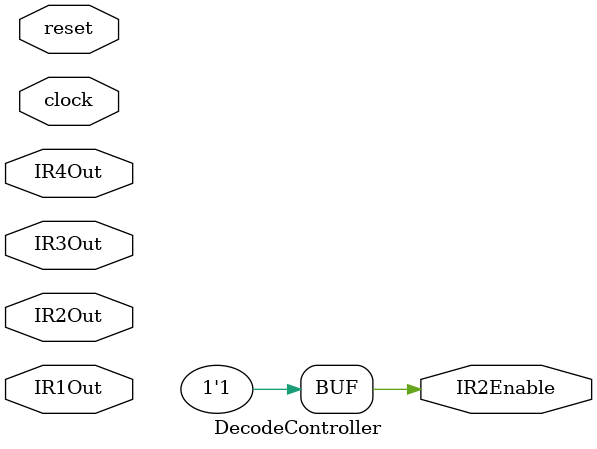
<source format=v>
module DecodeController
(
	reset, clock, IR1Out, IR2Out, IR3Out, IR4Out,
	IR2Enable
);
	input reset, clock;
	input [7:0] IR1Out, IR2Out, IR3Out, IR4Out;
	output IR2Enable;
	
	assign IR2Enable = 1'b1;

endmodule
</source>
